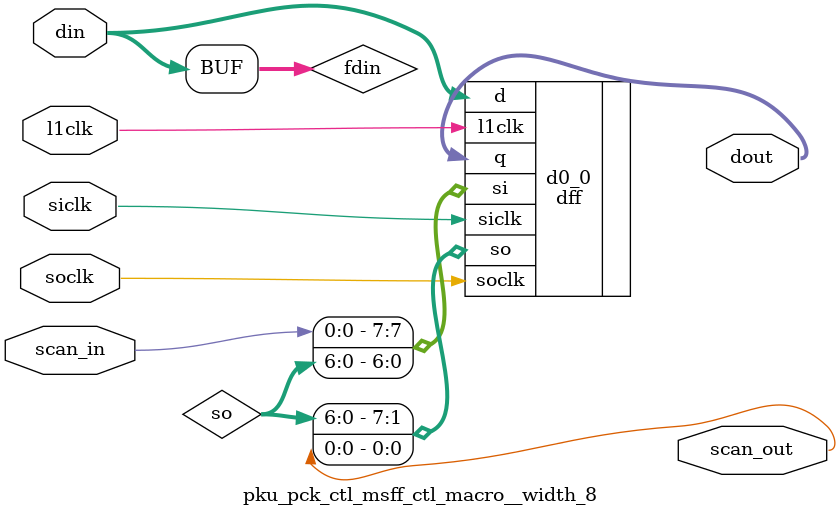
<source format=v>
module pku_pck_ctl (
  lsu_pku_pmen, 
  pku_pick_p, 
  swl_ready_p, 
  swl_spec_ready_p, 
  ifu_buf0_valid_p, 
  scan_in, 
  l2clk, 
  tcu_pce_ov, 
  spc_aclk, 
  spc_bclk, 
  tcu_scan_en, 
  pku_raw_pick_p, 
  scan_out);
wire pce_ov;
wire stop;
wire siclk;
wire soclk;
wire se;
wire pick_en;
wire [3:0] nsready;
wire [3:0] sready;
wire l1clk_pm1;
wire spares_scanin;
wire spares_scanout;
wire nspick_sel;
wire [3:0] nspick;
wire [7:0] lru;
wire [3:0] spick;
wire [3:0] ipick;
wire [7:0] nlru;
wire any_pick;
wire [7:0] real_nlru_in;
wire [7:0] lru_out;
wire lruf_scanin;
wire lruf_scanout;


input lsu_pku_pmen;		// power management enable for pku
input [3:0] pku_pick_p;	        // from datapath logic

input [3:0] swl_ready_p;        // thread is in ready state
input [3:0] swl_spec_ready_p;	// thread is in speculative ready state
input [3:0] ifu_buf0_valid_p;	// oldest instruction for thread i is valid
input scan_in;
input l2clk;
input tcu_pce_ov;		// scan signals
input spc_aclk;
input spc_bclk;
input tcu_scan_en;



output [3:0] pku_raw_pick_p;  // raw pick signals to mux the pc addresses in the ifu (no swl_cancel_pick or decode cancel)
output scan_out;

// scan renames
assign pce_ov = tcu_pce_ov;
assign stop = 1'b0;
assign siclk = spc_aclk;
assign soclk = spc_bclk;
assign se = tcu_scan_en;
// end scan


assign pick_en = (|nsready[3:0]) | (|sready[3:0]) | ~lsu_pku_pmen;

pku_pck_ctl_l1clkhdr_ctl_macro clkgen (
 .l2clk(l2clk),
 .l1en (pick_en ),
 .l1clk(l1clk_pm1),
  .pce_ov(pce_ov),
  .stop(stop),
  .se(se));

pku_pck_ctl_spare_ctl_macro__num_1 spares  (
	.scan_in(spares_scanin),
	.scan_out(spares_scanout),
	.l1clk	(l1clk_pm1),
  .siclk(siclk),
  .soclk(soclk)
);

assign nsready[3:0] = (swl_ready_p[3:0] & ifu_buf0_valid_p[3:0]);

assign nspick_sel = |nsready[3:0];

// 0in value -var nspick[3:0]  -val 4'b0000 4'b0001 4'b0010 4'b0100 4'b1000
// 0in value -var spick[3:0]  -val 4'b0000 4'b0001 4'b0010 4'b0100 4'b1000
// 0in value -var ipick[3:0]  -val 4'b0000 4'b0001 4'b0010 4'b0100 4'b1000

assign nspick[3] = (nsready[3]&!nsready[1]&!nsready[0]&lru[1]&!lru[0]) | (nsready[3]
    &!nsready[2]&!nsready[0]&!lru[1]&lru[0]) | (nsready[3]&!nsready[1]&!lru[2]
    &!lru[0]) | (nsready[3]&!nsready[2]&!lru[3]&!lru[1]) | (nsready[3]&!nsready[2]
    &!nsready[1]&!lru[1]&!lru[0]) | (nsready[3]&!nsready[0]&!lru[7]&!lru[6]
    &lru[5]&lru[4]) | (nsready[3]&lru[7]&lru[6]) | (nsready[3]&!nsready[2]
    &!nsready[1]&!nsready[0]);

assign nspick[2] = (!nsready[3]&nsready[2]&!nsready[1]&!lru[1]&!lru[0]) | (nsready[2]
    &!nsready[1]&!nsready[0]&lru[1]&lru[0]) | (nsready[2]&!nsready[0]&lru[2]
    &lru[0]) | (!nsready[3]&nsready[2]&!lru[3]&!lru[1]) | (!nsready[3]&nsready[2]
    &!nsready[0]&!lru[1]&lru[0]) | (nsready[2]&!nsready[1]&!lru[7]&lru[6]
    &lru[5]&!lru[4]) | (nsready[2]&lru[7]&!lru[6]) | (!nsready[3]&nsready[2]
    &!nsready[1]&!nsready[0]);

assign nspick[1] = (!nsready[3]&!nsready[2]&nsready[1]&!lru[1]&!lru[0]) | (!nsready[2]
    &nsready[1]&!nsready[0]&lru[1]&lru[0]) | (!nsready[3]&nsready[1]&!lru[2]
    &!lru[0]) | (nsready[1]&!nsready[0]&lru[3]&lru[1]) | (!nsready[3]&nsready[1]
    &!nsready[0]&lru[1]&!lru[0]) | (!nsready[2]&nsready[1]&lru[7]&!lru[6]
    &!lru[5]&lru[4]) | (nsready[1]&!lru[7]&lru[6]) | (!nsready[3]&!nsready[2]
    &nsready[1]&!nsready[0]);

assign nspick[0] = (!nsready[3]&!nsready[1]&nsready[0]&lru[1]&!lru[0]) | (!nsready[3]
    &!nsready[2]&nsready[0]&!lru[1]&lru[0]) | (!nsready[2]&nsready[0]&lru[2]
    &lru[0]) | (!nsready[1]&nsready[0]&lru[3]&lru[1]) | (!nsready[2]&!nsready[1]
    &nsready[0]&lru[1]&lru[0]) | (!nsready[3]&nsready[0]&lru[7]&lru[6]&!lru[5]
    &!lru[4]) | (nsready[0]&!lru[7]&!lru[6]) | (!nsready[3]&!nsready[2]
    &!nsready[1]&nsready[0]);

assign sready[3:0] = (swl_spec_ready_p[3:0] & ifu_buf0_valid_p[3:0]);

assign spick[3] = (sready[3]&!sready[1]&!sready[0]&lru[1]&!lru[0]) | (sready[3]
    &!sready[2]&!sready[0]&!lru[1]&lru[0]) | (sready[3]&!sready[1]&!lru[2]
    &!lru[0]) | (sready[3]&!sready[2]&!lru[3]&!lru[1]) | (sready[3]&!sready[2]
    &!sready[1]&!lru[1]&!lru[0]) | (sready[3]&!sready[0]&!lru[7]&!lru[6]
    &lru[5]&lru[4]) | (sready[3]&lru[7]&lru[6]) | (sready[3]&!sready[2]
    &!sready[1]&!sready[0]);

assign spick[2] = (!sready[3]&sready[2]&!sready[1]&!lru[1]&!lru[0]) | (sready[2]
    &!sready[1]&!sready[0]&lru[1]&lru[0]) | (sready[2]&!sready[0]&lru[2]
    &lru[0]) | (!sready[3]&sready[2]&!lru[3]&!lru[1]) | (!sready[3]&sready[2]
    &!sready[0]&!lru[1]&lru[0]) | (sready[2]&!sready[1]&!lru[7]&lru[6]
    &lru[5]&!lru[4]) | (sready[2]&lru[7]&!lru[6]) | (!sready[3]&sready[2]
    &!sready[1]&!sready[0]);

assign spick[1] = (!sready[3]&!sready[2]&sready[1]&!lru[1]&!lru[0]) | (!sready[2]
    &sready[1]&!sready[0]&lru[1]&lru[0]) | (!sready[3]&sready[1]&!lru[2]
    &!lru[0]) | (sready[1]&!sready[0]&lru[3]&lru[1]) | (!sready[3]&sready[1]
    &!sready[0]&lru[1]&!lru[0]) | (!sready[2]&sready[1]&lru[7]&!lru[6]
    &!lru[5]&lru[4]) | (sready[1]&!lru[7]&lru[6]) | (!sready[3]&!sready[2]
    &sready[1]&!sready[0]);

assign spick[0] = (!sready[3]&!sready[1]&sready[0]&lru[1]&!lru[0]) | (!sready[3]
    &!sready[2]&sready[0]&!lru[1]&lru[0]) | (!sready[2]&sready[0]&lru[2]
    &lru[0]) | (!sready[1]&sready[0]&lru[3]&lru[1]) | (!sready[2]&!sready[1]
    &sready[0]&lru[1]&lru[0]) | (!sready[3]&sready[0]&lru[7]&lru[6]&!lru[5]
    &!lru[4]) | (sready[0]&!lru[7]&!lru[6]) | (!sready[3]&!sready[2]
    &!sready[1]&sready[0]);

assign ipick[3:0] = ({4{nspick_sel}} & nspick[3:0]) |
		   ({4{~nspick_sel}} & spick[3:0]);

assign pku_raw_pick_p[3:0] = ipick[3:0];

// lru is msb pair of the lru vector
assign nlru[7] = (ipick[0]&!lru[6]&lru[5]) | (ipick[1]&lru[6]&lru[5]) | (!lru[3]
    &!lru[1]) | (!ipick[2]&lru[7]&!lru[6]) | (!ipick[3]&lru[7]&lru[6]);

assign nlru[6] = (ipick[0]&!lru[7]&lru[4]) | (ipick[2]&lru[7]&lru[4]) | (!lru[2]
    &!lru[0]) | (!ipick[1]&!lru[7]&lru[6]) | (!ipick[3]&lru[7]&lru[6]);

assign nlru[5] = (!ipick[3]&!ipick[0]&lru[5]&lru[4]&lru[2]&lru[1]) | (ipick[0]
    &!lru[1]&lru[0]) | (ipick[1]&lru[3]&lru[1]) | (ipick[3]&lru[3]&!lru[2]
    &!lru[1]) | (ipick[0]&!lru[7]&lru[3]) | (ipick[2]&lru[3]&lru[2]&!lru[1]) | (
    ipick[1]&lru[3]&!lru[0]) | (!ipick[2]&!ipick[0]&!lru[7]&lru[5]&!lru[4]
    &lru[2]) | (!ipick[3]&!ipick[1]&!lru[7]&lru[5]&lru[4]&!lru[2]) | (
    !ipick[2]&!ipick[1]&!lru[7]&lru[5]&!lru[2]&lru[0]) | (!ipick[3]&!ipick[2]
    &lru[5]&!lru[1]);

assign nlru[4] = (ipick[0]&lru[1]&!lru[0]) | (ipick[2]&lru[2]&lru[0]) | (!ipick[3]
    &!ipick[2]&lru[4]&!lru[3]&!lru[1]) | (ipick[3]&!lru[3]&lru[2]&!lru[0]) | (
    ipick[0]&!lru[6]&lru[2]) | (ipick[1]&lru[3]&lru[2]&!lru[0]) | (ipick[2]
    &lru[2]&!lru[1]) | (!ipick[3]&!ipick[0]&!lru[7]&!lru[6]&lru[5]&lru[4]) | (
    !ipick[1]&!ipick[0]&!lru[6]&!lru[5]&lru[4]&lru[3]) | (!ipick[2]&!ipick[1]
    &!lru[6]&lru[4]&!lru[3]&lru[1]) | (!ipick[3]&!ipick[1]&lru[4]&!lru[0]);

assign nlru[3] = (ipick[3]&lru[1]&!lru[0]) | (ipick[2]&lru[1]&lru[0]) | (!ipick[3]
    &!ipick[2]&!ipick[1]&lru[3]&!lru[0]) | (!ipick[3]&!ipick[2]&!ipick[0]
    &lru[3]&lru[0]) | (ipick[1]&lru[1]) | (ipick[0]&lru[1]) | (lru[3]
    &lru[1]);

assign nlru[2] = (ipick[3]&!lru[1]&lru[0]) | (ipick[1]&lru[1]&lru[0]) | (lru[2]
    &lru[0]) | (!ipick[3]&!ipick[2]&!ipick[1]&lru[2]&!lru[1]) | (!ipick[3]
    &!ipick[1]&!ipick[0]&lru[2]&lru[1]) | (ipick[2]&lru[0]) | (ipick[0]
    &lru[0]);

assign nlru[1] = (!ipick[1]&!ipick[0]&lru[1]) | (ipick[3]) | (ipick[2]);

assign nlru[0] = (!ipick[2]&!ipick[0]&lru[0]) | (ipick[3]) | (ipick[1]);

// only update the lru with the actual pick signals
assign any_pick = |pku_pick_p[3:0];

assign real_nlru_in[7:0] = ({8{any_pick}} & {nlru[7],nlru[6],nlru[5],~nlru[4],~nlru[3],nlru[2],~nlru[1],~nlru[0]}) |
			   ({8{!any_pick}} & lru_out[7:0]);

pku_pck_ctl_msff_ctl_macro__width_8 lruf  (
 .scan_in(lruf_scanin),
 .scan_out(lruf_scanout),
 .l1clk(l1clk_pm1),
 .din  (real_nlru_in[7:0]),
 .dout (lru_out[7:0]),
  .siclk(siclk),
  .soclk(soclk)
);
assign lru[7:0] = {lru_out[7],lru_out[6],lru_out[5],~lru_out[4],~lru_out[3],lru_out[2],~lru_out[1],~lru_out[0]};


supply0 vss;
supply1 vdd;
// fixscan start:
assign spares_scanin             = scan_in                  ;
assign lruf_scanin               = spares_scanout           ;
assign scan_out                  = lruf_scanout             ;
// fixscan end:
endmodule






// any PARAMS parms go into naming of macro

module pku_pck_ctl_l1clkhdr_ctl_macro (
  l2clk, 
  l1en, 
  pce_ov, 
  stop, 
  se, 
  l1clk);


  input l2clk;
  input l1en;
  input pce_ov;
  input stop;
  input se;
  output l1clk;



 

cl_sc1_l1hdr_8x c_0 (


   .l2clk(l2clk),
   .pce(l1en),
   .l1clk(l1clk),
  .se(se),
  .pce_ov(pce_ov),
  .stop(stop)
);



endmodule









//  Description:        Spare gate macro for control blocks
//
//  Param num controls the number of times the macro is added
//  flops=0 can be used to use only combination spare logic


module pku_pck_ctl_spare_ctl_macro__num_1 (
  l1clk, 
  scan_in, 
  siclk, 
  soclk, 
  scan_out);
wire si_0;
wire so_0;
wire spare0_flop_unused;
wire spare0_buf_32x_unused;
wire spare0_nand3_8x_unused;
wire spare0_inv_8x_unused;
wire spare0_aoi22_4x_unused;
wire spare0_buf_8x_unused;
wire spare0_oai22_4x_unused;
wire spare0_inv_16x_unused;
wire spare0_nand2_16x_unused;
wire spare0_nor3_4x_unused;
wire spare0_nand2_8x_unused;
wire spare0_buf_16x_unused;
wire spare0_nor2_16x_unused;
wire spare0_inv_32x_unused;


input		l1clk;
input		scan_in;
input		siclk;
input		soclk;
output		scan_out;

cl_sc1_msff_8x spare0_flop (.l1clk(l1clk),
                               .siclk(siclk),
                               .soclk(soclk),
                               .si(si_0),
                               .so(so_0),
                               .d(1'b0),
                               .q(spare0_flop_unused));
assign si_0 = scan_in;

cl_u1_buf_32x   spare0_buf_32x (.in(1'b1),
                                   .out(spare0_buf_32x_unused));
cl_u1_nand3_8x spare0_nand3_8x (.in0(1'b1),
                                   .in1(1'b1),
                                   .in2(1'b1),
                                   .out(spare0_nand3_8x_unused));
cl_u1_inv_8x    spare0_inv_8x (.in(1'b1),
                                  .out(spare0_inv_8x_unused));
cl_u1_aoi22_4x spare0_aoi22_4x (.in00(1'b1),
                                   .in01(1'b1),
                                   .in10(1'b1),
                                   .in11(1'b1),
                                   .out(spare0_aoi22_4x_unused));
cl_u1_buf_8x    spare0_buf_8x (.in(1'b1),
                                  .out(spare0_buf_8x_unused));
cl_u1_oai22_4x spare0_oai22_4x (.in00(1'b1),
                                   .in01(1'b1),
                                   .in10(1'b1),
                                   .in11(1'b1),
                                   .out(spare0_oai22_4x_unused));
cl_u1_inv_16x   spare0_inv_16x (.in(1'b1),
                                   .out(spare0_inv_16x_unused));
cl_u1_nand2_16x spare0_nand2_16x (.in0(1'b1),
                                     .in1(1'b1),
                                     .out(spare0_nand2_16x_unused));
cl_u1_nor3_4x spare0_nor3_4x (.in0(1'b0),
                                 .in1(1'b0),
                                 .in2(1'b0),
                                 .out(spare0_nor3_4x_unused));
cl_u1_nand2_8x spare0_nand2_8x (.in0(1'b1),
                                   .in1(1'b1),
                                   .out(spare0_nand2_8x_unused));
cl_u1_buf_16x   spare0_buf_16x (.in(1'b1),
                                   .out(spare0_buf_16x_unused));
cl_u1_nor2_16x spare0_nor2_16x (.in0(1'b0),
                                   .in1(1'b0),
                                   .out(spare0_nor2_16x_unused));
cl_u1_inv_32x   spare0_inv_32x (.in(1'b1),
                                   .out(spare0_inv_32x_unused));
assign scan_out = so_0;



endmodule






// any PARAMS parms go into naming of macro

module pku_pck_ctl_msff_ctl_macro__width_8 (
  din, 
  l1clk, 
  scan_in, 
  siclk, 
  soclk, 
  dout, 
  scan_out);
wire [7:0] fdin;
wire [6:0] so;

  input [7:0] din;
  input l1clk;
  input scan_in;


  input siclk;
  input soclk;

  output [7:0] dout;
  output scan_out;
assign fdin[7:0] = din[7:0];






dff /*#(8)*/  d0_0 (
.l1clk(l1clk),
.siclk(siclk),
.soclk(soclk),
.d(fdin[7:0]),
.si({scan_in,so[6:0]}),
.so({so[6:0],scan_out}),
.q(dout[7:0])
);












endmodule









</source>
